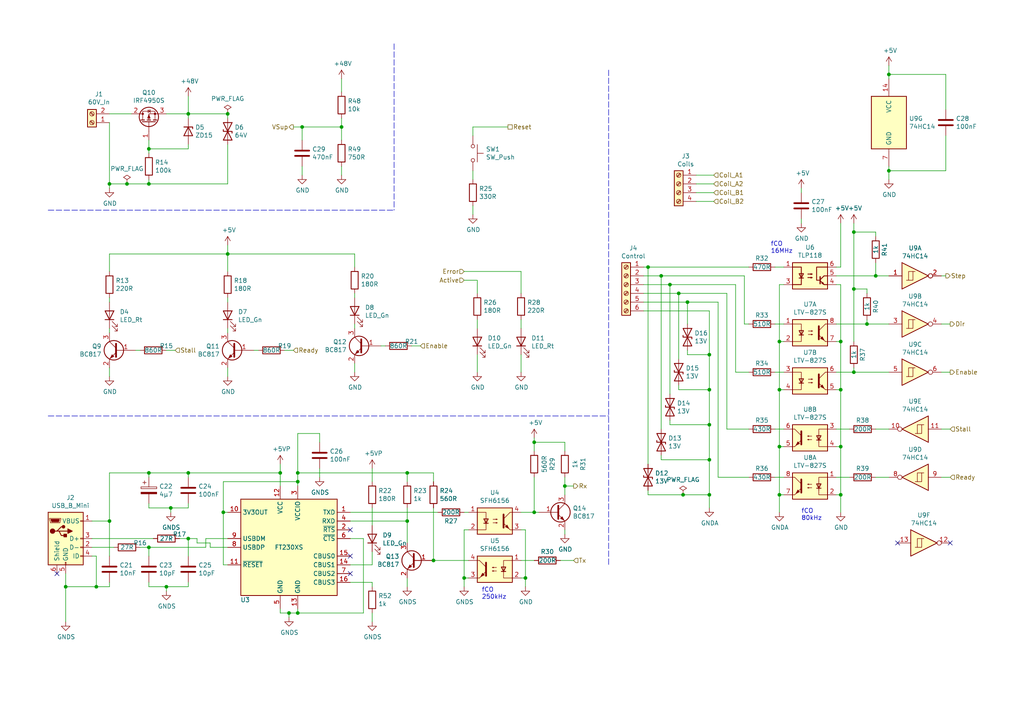
<source format=kicad_sch>
(kicad_sch (version 20211123) (generator eeschema)
  (paper "A4")
  (title_block (title "High Power Stepper Driver") (date "2019-12-19") (rev "1.0") (company "fordprfkt@googlemail.com") (comment 1 "Daniel Walter"))
  (junction (at 247.65 107.95))
  (junction (at 19.05 170.18))
  (junction (at 152.4 167.64))
  (junction (at 205.74 133.35))
  (junction (at 31.75 151.13))
  (junction (at 243.84 99.06))
  (junction (at 125.73 162.56))
  (junction (at 194.31 82.55))
  (junction (at 191.77 80.01))
  (junction (at 254 80.01))
  (junction (at 198.12 143.51))
  (junction (at 243.84 113.03))
  (junction (at 118.11 151.13))
  (junction (at 226.06 113.03))
  (junction (at 257.81 49.53))
  (junction (at 257.81 21.59))
  (junction (at 64.77 148.59))
  (junction (at 163.83 140.97))
  (junction (at 49.53 147.32))
  (junction (at 196.85 85.09))
  (junction (at 247.65 67.31))
  (junction (at 199.39 87.63))
  (junction (at 226.06 99.06))
  (junction (at 187.96 77.47))
  (junction (at 54.61 156.21))
  (junction (at 83.82 177.8))
  (junction (at 99.06 36.83))
  (junction (at 205.74 123.19))
  (junction (at 243.84 143.51))
  (junction (at 54.61 137.16))
  (junction (at 243.84 129.54))
  (junction (at 48.26 170.18))
  (junction (at 205.74 143.51))
  (junction (at 36.83 53.34))
  (junction (at 81.28 137.16))
  (junction (at 66.04 33.02))
  (junction (at 43.18 158.75))
  (junction (at 226.06 143.51))
  (junction (at 86.36 177.8))
  (junction (at 154.94 128.27))
  (junction (at 154.94 148.59))
  (junction (at 54.61 33.02))
  (junction (at 134.62 167.64))
  (junction (at 86.36 139.7))
  (junction (at 87.63 36.83))
  (junction (at 251.46 93.98))
  (junction (at 43.18 137.16))
  (junction (at 205.74 102.87))
  (junction (at 205.74 113.03))
  (junction (at 118.11 137.16))
  (junction (at 27.94 170.18))
  (junction (at 226.06 129.54))
  (junction (at 86.36 137.16))
  (junction (at 43.18 43.18))
  (junction (at 31.75 53.34))
  (junction (at 247.65 83.82))
  (junction (at 66.04 73.66))
  (junction (at 43.18 53.34))
  (no_connect (at 16.51 166.37))
  (no_connect (at 275.59 157.48))
  (no_connect (at 101.6 166.37))
  (no_connect (at 101.6 161.29))
  (no_connect (at 101.6 153.67))
  (no_connect (at 260.35 157.48))
  (wire (pts (xy 50.8 101.6) (xy 48.26 101.6)))
  (wire (pts (xy 226.06 99.06) (xy 226.06 82.55)))
  (wire (pts (xy 31.75 33.02) (xy 38.1 33.02)))
  (wire (pts (xy 163.83 140.97) (xy 163.83 143.51)))
  (wire (pts (xy 137.16 36.83) (xy 137.16 39.37)))
  (wire (pts (xy 83.82 177.8) (xy 81.28 177.8)))
  (wire (pts (xy 118.11 157.48) (xy 118.11 151.13)))
  (wire (pts (xy 243.84 99.06) (xy 243.84 113.03)))
  (wire (pts (xy 81.28 137.16) (xy 81.28 134.62)))
  (wire (pts (xy 194.31 114.3) (xy 194.31 82.55)))
  (wire (pts (xy 191.77 124.46) (xy 191.77 80.01)))
  (wire (pts (xy 101.6 156.21) (xy 105.41 156.21)))
  (wire (pts (xy 215.9 80.01) (xy 215.9 93.98)))
  (wire (pts (xy 274.32 39.37) (xy 274.32 49.53)))
  (wire (pts (xy 186.69 77.47) (xy 187.96 77.47)))
  (wire (pts (xy 254 80.01) (xy 257.81 80.01)))
  (wire (pts (xy 66.04 73.66) (xy 102.87 73.66)))
  (wire (pts (xy 49.53 147.32) (xy 54.61 147.32)))
  (wire (pts (xy 247.65 83.82) (xy 247.65 99.06)))
  (wire (pts (xy 247.65 106.68) (xy 247.65 107.95)))
  (wire (pts (xy 254 138.43) (xy 257.81 138.43)))
  (wire (pts (xy 85.09 101.6) (xy 82.55 101.6)))
  (wire (pts (xy 125.73 137.16) (xy 118.11 137.16)))
  (wire (pts (xy 48.26 33.02) (xy 54.61 33.02)))
  (wire (pts (xy 154.94 138.43) (xy 154.94 148.59)))
  (wire (pts (xy 64.77 163.83) (xy 66.04 163.83)))
  (wire (pts (xy 187.96 143.51) (xy 198.12 143.51)))
  (wire (pts (xy 86.36 177.8) (xy 83.82 177.8)))
  (wire (pts (xy 43.18 161.29) (xy 43.18 158.75)))
  (wire (pts (xy 27.94 170.18) (xy 31.75 170.18)))
  (wire (pts (xy 187.96 142.24) (xy 187.96 143.51)))
  (wire (pts (xy 125.73 162.56) (xy 135.89 162.56)))
  (wire (pts (xy 163.83 128.27) (xy 163.83 130.81)))
  (wire (pts (xy 273.05 80.01) (xy 274.32 80.01)))
  (wire (pts (xy 31.75 170.18) (xy 31.75 168.91)))
  (wire (pts (xy 242.57 138.43) (xy 246.38 138.43)))
  (wire (pts (xy 207.01 53.34) (xy 201.93 53.34)))
  (wire (pts (xy 257.81 21.59) (xy 257.81 22.86)))
  (wire (pts (xy 59.69 156.21) (xy 66.04 156.21)))
  (wire (pts (xy 40.64 101.6) (xy 39.37 101.6)))
  (wire (pts (xy 86.36 139.7) (xy 86.36 137.16)))
  (wire (pts (xy 107.95 168.91) (xy 107.95 170.18)))
  (wire (pts (xy 227.33 138.43) (xy 224.79 138.43)))
  (wire (pts (xy 43.18 170.18) (xy 48.26 170.18)))
  (wire (pts (xy 64.77 148.59) (xy 64.77 163.83)))
  (wire (pts (xy 213.36 82.55) (xy 213.36 107.95)))
  (wire (pts (xy 242.57 107.95) (xy 247.65 107.95)))
  (wire (pts (xy 199.39 93.98) (xy 199.39 87.63)))
  (wire (pts (xy 210.82 124.46) (xy 217.17 124.46)))
  (wire (pts (xy 48.26 170.18) (xy 54.61 170.18)))
  (wire (pts (xy 194.31 121.92) (xy 194.31 123.19)))
  (wire (pts (xy 215.9 93.98) (xy 217.17 93.98)))
  (wire (pts (xy 205.74 90.17) (xy 205.74 102.87)))
  (wire (pts (xy 242.57 99.06) (xy 243.84 99.06)))
  (wire (pts (xy 26.67 151.13) (xy 31.75 151.13)))
  (wire (pts (xy 226.06 82.55) (xy 227.33 82.55)))
  (wire (pts (xy 54.61 161.29) (xy 54.61 156.21)))
  (wire (pts (xy 27.94 161.29) (xy 26.67 161.29)))
  (wire (pts (xy 257.81 49.53) (xy 257.81 48.26)))
  (wire (pts (xy 87.63 36.83) (xy 99.06 36.83)))
  (wire (pts (xy 242.57 124.46) (xy 246.38 124.46)))
  (wire (pts (xy 138.43 107.95) (xy 138.43 102.87)))
  (wire (pts (xy 154.94 127) (xy 154.94 128.27)))
  (wire (pts (xy 134.62 167.64) (xy 134.62 170.18)))
  (wire (pts (xy 81.28 137.16) (xy 81.28 140.97)))
  (wire (pts (xy 43.18 53.34) (xy 43.18 52.07)))
  (wire (pts (xy 86.36 139.7) (xy 86.36 140.97)))
  (wire (pts (xy 64.77 148.59) (xy 64.77 139.7)))
  (wire (pts (xy 110.49 100.33) (xy 111.76 100.33)))
  (wire (pts (xy 227.33 129.54) (xy 226.06 129.54)))
  (wire (pts (xy 48.26 170.18) (xy 48.26 171.45)))
  (wire (pts (xy 207.01 55.88) (xy 201.93 55.88)))
  (wire (pts (xy 151.13 167.64) (xy 152.4 167.64)))
  (wire (pts (xy 26.67 158.75) (xy 33.02 158.75)))
  (wire (pts (xy 57.15 156.21) (xy 57.15 157.48)))
  (wire (pts (xy 101.6 151.13) (xy 118.11 151.13)))
  (wire (pts (xy 274.32 31.75) (xy 274.32 21.59)))
  (wire (pts (xy 154.94 162.56) (xy 151.13 162.56)))
  (wire (pts (xy 31.75 35.56) (xy 31.75 53.34)))
  (wire (pts (xy 194.31 82.55) (xy 213.36 82.55)))
  (wire (pts (xy 196.85 113.03) (xy 205.74 113.03)))
  (wire (pts (xy 118.11 137.16) (xy 86.36 137.16)))
  (wire (pts (xy 86.36 125.73) (xy 92.71 125.73)))
  (wire (pts (xy 257.81 124.46) (xy 254 124.46)))
  (wire (pts (xy 243.84 113.03) (xy 243.84 129.54)))
  (wire (pts (xy 85.09 36.83) (xy 87.63 36.83)))
  (wire (pts (xy 154.94 128.27) (xy 163.83 128.27)))
  (wire (pts (xy 134.62 148.59) (xy 135.89 148.59)))
  (wire (pts (xy 251.46 85.09) (xy 251.46 83.82)))
  (wire (pts (xy 54.61 147.32) (xy 54.61 146.05)))
  (wire (pts (xy 154.94 148.59) (xy 151.13 148.59)))
  (wire (pts (xy 205.74 123.19) (xy 205.74 133.35)))
  (wire (pts (xy 187.96 77.47) (xy 217.17 77.47)))
  (wire (pts (xy 199.39 87.63) (xy 208.28 87.63)))
  (wire (pts (xy 66.04 109.22) (xy 66.04 106.68)))
  (wire (pts (xy 227.33 93.98) (xy 224.79 93.98)))
  (wire (pts (xy 99.06 36.83) (xy 99.06 34.29)))
  (wire (pts (xy 43.18 158.75) (xy 59.69 158.75)))
  (wire (pts (xy 43.18 168.91) (xy 43.18 170.18)))
  (polyline (pts (xy 13.97 60.96) (xy 114.3 60.96)))
  (wire (pts (xy 152.4 153.67) (xy 151.13 153.67)))
  (wire (pts (xy 64.77 139.7) (xy 86.36 139.7)))
  (wire (pts (xy 66.04 53.34) (xy 66.04 41.91)))
  (wire (pts (xy 242.57 93.98) (xy 251.46 93.98)))
  (wire (pts (xy 66.04 78.74) (xy 66.04 73.66)))
  (wire (pts (xy 210.82 85.09) (xy 210.82 124.46)))
  (wire (pts (xy 66.04 96.52) (xy 66.04 95.25)))
  (wire (pts (xy 251.46 83.82) (xy 247.65 83.82)))
  (wire (pts (xy 66.04 73.66) (xy 66.04 71.12)))
  (wire (pts (xy 134.62 81.28) (xy 138.43 81.28)))
  (wire (pts (xy 227.33 143.51) (xy 226.06 143.51)))
  (wire (pts (xy 134.62 153.67) (xy 135.89 153.67)))
  (wire (pts (xy 273.05 93.98) (xy 275.59 93.98)))
  (wire (pts (xy 247.65 67.31) (xy 247.65 83.82)))
  (wire (pts (xy 43.18 146.05) (xy 43.18 147.32)))
  (wire (pts (xy 226.06 113.03) (xy 226.06 129.54)))
  (wire (pts (xy 102.87 107.95) (xy 102.87 105.41)))
  (wire (pts (xy 66.04 87.63) (xy 66.04 86.36)))
  (wire (pts (xy 137.16 49.53) (xy 137.16 52.07)))
  (wire (pts (xy 118.11 170.18) (xy 118.11 167.64)))
  (wire (pts (xy 118.11 151.13) (xy 118.11 147.32)))
  (wire (pts (xy 40.64 158.75) (xy 43.18 158.75)))
  (wire (pts (xy 207.01 58.42) (xy 201.93 58.42)))
  (wire (pts (xy 243.84 129.54) (xy 242.57 129.54)))
  (wire (pts (xy 242.57 113.03) (xy 243.84 113.03)))
  (wire (pts (xy 43.18 40.64) (xy 43.18 43.18)))
  (wire (pts (xy 199.39 102.87) (xy 205.74 102.87)))
  (wire (pts (xy 232.41 64.77) (xy 232.41 63.5)))
  (wire (pts (xy 186.69 80.01) (xy 191.77 80.01)))
  (wire (pts (xy 31.75 161.29) (xy 31.75 151.13)))
  (wire (pts (xy 107.95 180.34) (xy 107.95 177.8)))
  (wire (pts (xy 87.63 40.64) (xy 87.63 36.83)))
  (wire (pts (xy 54.61 33.02) (xy 54.61 27.94)))
  (wire (pts (xy 43.18 43.18) (xy 43.18 44.45)))
  (wire (pts (xy 275.59 138.43) (xy 273.05 138.43)))
  (wire (pts (xy 99.06 40.64) (xy 99.06 36.83)))
  (wire (pts (xy 213.36 107.95) (xy 217.17 107.95)))
  (wire (pts (xy 273.05 124.46) (xy 275.59 124.46)))
  (wire (pts (xy 54.61 137.16) (xy 81.28 137.16)))
  (wire (pts (xy 147.32 36.83) (xy 137.16 36.83)))
  (wire (pts (xy 152.4 167.64) (xy 152.4 170.18)))
  (wire (pts (xy 19.05 166.37) (xy 19.05 170.18)))
  (wire (pts (xy 243.84 77.47) (xy 243.84 64.77)))
  (wire (pts (xy 54.61 33.02) (xy 66.04 33.02)))
  (wire (pts (xy 81.28 177.8) (xy 81.28 176.53)))
  (wire (pts (xy 92.71 138.43) (xy 92.71 135.89)))
  (wire (pts (xy 243.84 129.54) (xy 243.84 143.51)))
  (wire (pts (xy 118.11 137.16) (xy 118.11 139.7)))
  (wire (pts (xy 31.75 86.36) (xy 31.75 87.63)))
  (wire (pts (xy 135.89 167.64) (xy 134.62 167.64)))
  (wire (pts (xy 101.6 168.91) (xy 107.95 168.91)))
  (wire (pts (xy 107.95 152.4) (xy 107.95 147.32)))
  (wire (pts (xy 54.61 170.18) (xy 54.61 168.91)))
  (wire (pts (xy 194.31 123.19) (xy 205.74 123.19)))
  (polyline (pts (xy 13.97 120.65) (xy 176.53 120.65)))
  (wire (pts (xy 247.65 64.77) (xy 247.65 67.31)))
  (wire (pts (xy 196.85 85.09) (xy 210.82 85.09)))
  (wire (pts (xy 208.28 138.43) (xy 217.17 138.43)))
  (wire (pts (xy 102.87 73.66) (xy 102.87 77.47)))
  (wire (pts (xy 60.96 157.48) (xy 60.96 158.75)))
  (wire (pts (xy 44.45 156.21) (xy 26.67 156.21)))
  (wire (pts (xy 242.57 77.47) (xy 243.84 77.47)))
  (wire (pts (xy 208.28 87.63) (xy 208.28 138.43)))
  (wire (pts (xy 232.41 55.88) (xy 232.41 54.61)))
  (wire (pts (xy 247.65 107.95) (xy 257.81 107.95)))
  (wire (pts (xy 54.61 41.91) (xy 54.61 43.18)))
  (wire (pts (xy 186.69 87.63) (xy 199.39 87.63)))
  (wire (pts (xy 274.32 49.53) (xy 257.81 49.53)))
  (wire (pts (xy 105.41 156.21) (xy 105.41 177.8)))
  (wire (pts (xy 125.73 147.32) (xy 125.73 162.56)))
  (wire (pts (xy 226.06 143.51) (xy 226.06 148.59)))
  (wire (pts (xy 83.82 177.8) (xy 83.82 179.07)))
  (wire (pts (xy 107.95 139.7) (xy 107.95 135.89)))
  (polyline (pts (xy 114.3 12.7) (xy 114.3 60.96)))
  (wire (pts (xy 66.04 33.02) (xy 66.04 34.29)))
  (wire (pts (xy 31.75 109.22) (xy 31.75 106.68)))
  (wire (pts (xy 60.96 158.75) (xy 66.04 158.75)))
  (wire (pts (xy 92.71 125.73) (xy 92.71 128.27)))
  (wire (pts (xy 74.93 101.6) (xy 73.66 101.6)))
  (wire (pts (xy 151.13 107.95) (xy 151.13 102.87)))
  (wire (pts (xy 27.94 170.18) (xy 27.94 161.29)))
  (wire (pts (xy 105.41 177.8) (xy 86.36 177.8)))
  (wire (pts (xy 242.57 143.51) (xy 243.84 143.51)))
  (wire (pts (xy 31.75 53.34) (xy 36.83 53.34)))
  (wire (pts (xy 119.38 100.33) (xy 121.92 100.33)))
  (wire (pts (xy 275.59 107.95) (xy 273.05 107.95)))
  (wire (pts (xy 64.77 148.59) (xy 66.04 148.59)))
  (wire (pts (xy 257.81 52.07) (xy 257.81 49.53)))
  (wire (pts (xy 227.33 107.95) (xy 224.79 107.95)))
  (wire (pts (xy 227.33 113.03) (xy 226.06 113.03)))
  (wire (pts (xy 134.62 167.64) (xy 134.62 153.67)))
  (wire (pts (xy 196.85 111.76) (xy 196.85 113.03)))
  (wire (pts (xy 163.83 138.43) (xy 163.83 140.97)))
  (wire (pts (xy 102.87 86.36) (xy 102.87 85.09)))
  (wire (pts (xy 205.74 102.87) (xy 205.74 113.03)))
  (wire (pts (xy 187.96 134.62) (xy 187.96 77.47)))
  (wire (pts (xy 99.06 50.8) (xy 99.06 48.26)))
  (wire (pts (xy 19.05 170.18) (xy 19.05 180.34)))
  (wire (pts (xy 166.37 140.97) (xy 163.83 140.97)))
  (wire (pts (xy 191.77 80.01) (xy 215.9 80.01)))
  (wire (pts (xy 101.6 148.59) (xy 127 148.59)))
  (wire (pts (xy 186.69 82.55) (xy 194.31 82.55)))
  (wire (pts (xy 134.62 78.74) (xy 151.13 78.74)))
  (wire (pts (xy 191.77 132.08) (xy 191.77 133.35)))
  (wire (pts (xy 151.13 95.25) (xy 151.13 92.71)))
  (wire (pts (xy 31.75 54.61) (xy 31.75 53.34)))
  (wire (pts (xy 138.43 95.25) (xy 138.43 92.71)))
  (wire (pts (xy 205.74 143.51) (xy 205.74 147.32)))
  (wire (pts (xy 19.05 170.18) (xy 27.94 170.18)))
  (wire (pts (xy 243.84 143.51) (xy 243.84 148.59)))
  (wire (pts (xy 242.57 82.55) (xy 243.84 82.55)))
  (wire (pts (xy 31.75 137.16) (xy 31.75 151.13)))
  (wire (pts (xy 163.83 154.94) (xy 163.83 153.67)))
  (wire (pts (xy 254 68.58) (xy 254 67.31)))
  (wire (pts (xy 137.16 62.23) (xy 137.16 59.69)))
  (polyline (pts (xy 176.53 20.32) (xy 176.53 163.83)))
  (wire (pts (xy 205.74 133.35) (xy 205.74 143.51)))
  (wire (pts (xy 254 67.31) (xy 247.65 67.31)))
  (wire (pts (xy 99.06 26.67) (xy 99.06 22.86)))
  (wire (pts (xy 57.15 157.48) (xy 60.96 157.48)))
  (wire (pts (xy 31.75 96.52) (xy 31.75 95.25)))
  (wire (pts (xy 31.75 78.74) (xy 31.75 73.66)))
  (wire (pts (xy 227.33 99.06) (xy 226.06 99.06)))
  (wire (pts (xy 186.69 90.17) (xy 205.74 90.17)))
  (wire (pts (xy 54.61 156.21) (xy 57.15 156.21)))
  (wire (pts (xy 152.4 167.64) (xy 152.4 153.67)))
  (wire (pts (xy 251.46 92.71) (xy 251.46 93.98)))
  (wire (pts (xy 43.18 147.32) (xy 49.53 147.32)))
  (wire (pts (xy 154.94 128.27) (xy 154.94 130.81)))
  (wire (pts (xy 186.69 85.09) (xy 196.85 85.09)))
  (wire (pts (xy 254 76.2) (xy 254 80.01)))
  (wire (pts (xy 101.6 163.83) (xy 107.95 163.83)))
  (wire (pts (xy 86.36 176.53) (xy 86.36 177.8)))
  (wire (pts (xy 166.37 162.56) (xy 162.56 162.56)))
  (wire (pts (xy 198.12 143.51) (xy 205.74 143.51)))
  (wire (pts (xy 227.33 124.46) (xy 224.79 124.46)))
  (wire (pts (xy 87.63 50.8) (xy 87.63 48.26)))
  (wire (pts (xy 242.57 80.01) (xy 254 80.01)))
  (wire (pts (xy 59.69 158.75) (xy 59.69 156.21)))
  (wire (pts (xy 125.73 139.7) (xy 125.73 137.16)))
  (wire (pts (xy 226.06 129.54) (xy 226.06 143.51)))
  (wire (pts (xy 156.21 148.59) (xy 154.94 148.59)))
  (wire (pts (xy 43.18 137.16) (xy 54.61 137.16)))
  (wire (pts (xy 31.75 137.16) (xy 43.18 137.16)))
  (wire (pts (xy 196.85 104.14) (xy 196.85 85.09)))
  (wire (pts (xy 36.83 53.34) (xy 43.18 53.34)))
  (wire (pts (xy 243.84 82.55) (xy 243.84 99.06)))
  (wire (pts (xy 226.06 99.06) (xy 226.06 113.03)))
  (wire (pts (xy 86.36 137.16) (xy 86.36 125.73)))
  (wire (pts (xy 102.87 95.25) (xy 102.87 93.98)))
  (wire (pts (xy 43.18 138.43) (xy 43.18 137.16)))
  (wire (pts (xy 257.81 19.05) (xy 257.81 21.59)))
  (wire (pts (xy 199.39 101.6) (xy 199.39 102.87)))
  (wire (pts (xy 191.77 133.35) (xy 205.74 133.35)))
  (wire (pts (xy 54.61 34.29) (xy 54.61 33.02)))
  (wire (pts (xy 43.18 53.34) (xy 66.04 53.34)))
  (wire (pts (xy 207.01 50.8) (xy 201.93 50.8)))
  (wire (pts (xy 54.61 43.18) (xy 43.18 43.18)))
  (wire (pts (xy 138.43 81.28) (xy 138.43 85.09)))
  (wire (pts (xy 107.95 160.02) (xy 107.95 163.83)))
  (wire (pts (xy 31.75 73.66) (xy 66.04 73.66)))
  (wire (pts (xy 205.74 113.03) (xy 205.74 123.19)))
  (wire (pts (xy 52.07 156.21) (xy 54.61 156.21)))
  (wire (pts (xy 274.32 21.59) (xy 257.81 21.59)))
  (wire (pts (xy 151.13 78.74) (xy 151.13 85.09)))
  (wire (pts (xy 54.61 138.43) (xy 54.61 137.16)))
  (wire (pts (xy 224.79 77.47) (xy 227.33 77.47)))
  (wire (pts (xy 49.53 147.32) (xy 49.53 148.59)))
  (wire (pts (xy 251.46 93.98) (xy 257.81 93.98)))
  (text "fCO \n80kHz\n" (at 232.41 151.13 0) (effects (font (size 1.27 1.27)) (justify left bottom)))
  (text "fCO \n16MHz\n" (at 223.52 73.66 0) (effects (font (size 1.27 1.27)) (justify left bottom)))
  (text "fCO \n250kHz\n" (at 139.7 173.99 0) (effects (font (size 1.27 1.27)) (justify left bottom)))
  (hierarchical_label "Stall" (shape input) (at 275.59 124.46 0))
  (hierarchical_label "Rx" (shape output) (at 166.37 140.97 0))
  (hierarchical_label "Coil_B1" (shape input) (at 207.01 55.88 0))
  (hierarchical_label "Ready" (shape input) (at 85.09 101.6 0))
  (hierarchical_label "Tx" (shape input) (at 166.37 162.56 0))
  (hierarchical_label "Reset" (shape passive) (at 147.32 36.83 0))
  (hierarchical_label "Enable" (shape output) (at 275.59 107.95 0))
  (hierarchical_label "Stall" (shape input) (at 50.8 101.6 0))
  (hierarchical_label "Active" (shape input) (at 134.62 81.28 180))
  (hierarchical_label "Enable" (shape input) (at 121.92 100.33 0))
  (hierarchical_label "Coil_A2" (shape input) (at 207.01 53.34 0))
  (hierarchical_label "Error" (shape input) (at 134.62 78.74 180))
  (hierarchical_label "Dir" (shape output) (at 275.59 93.98 0))
  (hierarchical_label "Ready" (shape input) (at 275.59 138.43 0))
  (hierarchical_label "Step" (shape output) (at 274.32 80.01 0))
  (hierarchical_label "Coil_A1" (shape input) (at 207.01 50.8 0))
  (hierarchical_label "VSup" (shape output) (at 85.09 36.83 180))
  (hierarchical_label "Coil_B2" (shape input) (at 207.01 58.42 0))
  (symbol (lib_id "Interface_USB:FT230XS") (at 83.82 158.75 0) (unit 1)
    (property "Reference" "U3" (at 71.12 173.99 0))
    (property "Value" "FT230XS" (at 83.82 158.75 0))
    (property "Footprint" "Package_SO:SSOP-16_3.9x4.9mm_P0.635mm" (effects hide))
    (property "Datasheet" "http://www.ftdichip.com/Products/ICs/FT230X.html" (effects hide))
  )
  (symbol (lib_id "Connector:Screw_Terminal_01x02") (at 26.67 35.56 180) (unit 1)
    (property "Reference" "J1" (at 28.702 27.305 0))
    (property "Value" "60V_In" (at 28.702 29.6164 0))
    (property "Footprint" "Connector_Phoenix_MSTB:PhoenixContact_MSTBA_2,5_2-G_1x02_P5.00mm_Horizontal" (effects hide))
  )
  (symbol (lib_id "Connector:Screw_Terminal_01x04") (at 196.85 53.34 0) (mirror y) (unit 1)
    (property "Reference" "J3" (at 198.882 45.2882 0))
    (property "Value" "Coils" (at 198.882 47.5996 0))
    (property "Footprint" "Connector_Phoenix_MSTB:PhoenixContact_MSTBA_2,5_4-G_1x04_P5.00mm_Horizontal" (effects hide))
  )
  (symbol (lib_id "Device:D_TVS") (at 66.04 38.1 270) (unit 1)
    (property "Reference" "D6" (at 68.0466 36.9316 90) (effects (justify left)))
    (property "Value" "64V" (at 68.0466 39.243 90) (effects (justify left)))
    (property "Footprint" "Diode_SMD:D_SMB" (effects hide))
  )
  (symbol (lib_id "power:+48V") (at 54.61 27.94 0) (unit 1)
    (property "Reference" "#PWR036" (effects hide))
    (property "Value" "+48V" (at 54.991 23.5458 0))
  )
  (symbol (lib_id "power:GND") (at 31.75 54.61 0) (unit 1)
    (property "Reference" "#PWR034" (effects hide))
    (property "Value" "GND" (at 31.877 59.0042 0))
  )
  (symbol (lib_id "Device:R") (at 43.18 48.26 0) (unit 1)
    (property "Reference" "R14" (at 44.958 47.0916 0) (effects (justify left)))
    (property "Value" "100k" (at 44.958 49.403 0) (effects (justify left)))
    (property "Footprint" "Resistor_SMD:R_0805_2012Metric" (effects hide))
  )
  (symbol (lib_id "Device:D_Zener") (at 54.61 38.1 270) (unit 1)
    (property "Reference" "D5" (at 56.6166 36.9316 90) (effects (justify left)))
    (property "Value" "ZD15" (at 56.6166 39.243 90) (effects (justify left)))
    (property "Footprint" "Diode_SMD:D_SOT-23_ANK" (effects hide))
  )
  (symbol (lib_id "HPDriver-rescue:USB_B_Mini-Connector") (at 19.05 156.21 0) (unit 1)
    (property "Reference" "J2" (at 20.447 144.3482 0))
    (property "Value" "USB_B_Mini" (at 20.447 146.6596 0))
    (property "Footprint" "Connector_USB:USB_Mini-B_Lumberg_2486_01_Horizontal" (effects hide))
  )
  (symbol (lib_id "Device:R") (at 48.26 156.21 270) (unit 1)
    (property "Reference" "R17" (at 52.07 154.94 90))
    (property "Value" "27R" (at 48.26 156.21 90))
    (property "Footprint" "Resistor_SMD:R_0805_2012Metric" (effects hide))
  )
  (symbol (lib_id "Device:R") (at 36.83 158.75 270) (unit 1)
    (property "Reference" "R16" (at 40.64 157.48 90))
    (property "Value" "27R" (at 36.83 158.75 90))
    (property "Footprint" "Resistor_SMD:R_0805_2012Metric" (effects hide))
  )
  (symbol (lib_id "Device:C") (at 54.61 165.1 0) (unit 1)
    (property "Reference" "C25" (at 57.531 163.9316 0) (effects (justify left)))
    (property "Value" "10pF" (at 57.531 166.243 0) (effects (justify left)))
    (property "Footprint" "Capacitor_SMD:C_0805_2012Metric" (effects hide))
  )
  (symbol (lib_id "Device:C") (at 43.18 165.1 0) (unit 1)
    (property "Reference" "C23" (at 46.101 163.9316 0) (effects (justify left)))
    (property "Value" "10pF" (at 46.101 166.243 0) (effects (justify left)))
    (property "Footprint" "Capacitor_SMD:C_0805_2012Metric" (effects hide))
  )
  (symbol (lib_id "power:GNDS") (at 48.26 171.45 0) (unit 1)
    (property "Reference" "#PWR037" (effects hide))
    (property "Value" "GNDS" (at 48.387 175.8442 0))
  )
  (symbol (lib_id "power:GNDS") (at 19.05 180.34 0) (unit 1)
    (property "Reference" "#PWR033" (effects hide))
    (property "Value" "GNDS" (at 19.177 184.7342 0))
  )
  (symbol (lib_id "Device:C") (at 54.61 142.24 0) (unit 1)
    (property "Reference" "C24" (at 57.531 141.0716 0) (effects (justify left)))
    (property "Value" "100nF" (at 57.531 143.383 0) (effects (justify left)))
    (property "Footprint" "Capacitor_SMD:C_0805_2012Metric" (effects hide))
  )
  (symbol (lib_id "Device:C") (at 31.75 165.1 0) (unit 1)
    (property "Reference" "C21" (at 34.671 163.9316 0) (effects (justify left)))
    (property "Value" "10nF" (at 34.671 166.243 0) (effects (justify left)))
    (property "Footprint" "Capacitor_SMD:C_0805_2012Metric" (effects hide))
  )
  (symbol (lib_id "power:GNDS") (at 49.53 148.59 0) (unit 1)
    (property "Reference" "#PWR038" (effects hide))
    (property "Value" "GNDS" (at 49.657 152.9842 0))
  )
  (symbol (lib_id "Device:C") (at 92.71 132.08 0) (unit 1)
    (property "Reference" "C26" (at 95.631 130.9116 0) (effects (justify left)))
    (property "Value" "100nF" (at 95.631 133.223 0) (effects (justify left)))
    (property "Footprint" "Capacitor_SMD:C_0805_2012Metric" (effects hide))
  )
  (symbol (lib_id "power:GNDS") (at 83.82 179.07 0) (unit 1)
    (property "Reference" "#PWR042" (effects hide))
    (property "Value" "GNDS" (at 83.947 183.4642 0))
  )
  (symbol (lib_id "power:GNDS") (at 92.71 138.43 0) (unit 1)
    (property "Reference" "#PWR044" (effects hide))
    (property "Value" "GNDS" (at 92.837 142.8242 0))
  )
  (symbol (lib_id "Device:C_Polarized") (at 43.18 142.24 0) (unit 1)
    (property "Reference" "C22" (at 46.1772 141.0716 0) (effects (justify left)))
    (property "Value" "4µ7" (at 46.1772 143.383 0) (effects (justify left)))
    (property "Footprint" "Capacitor_SMD:C_0805_2012Metric_Pad1.15x1.40mm_HandSolder" (effects hide))
  )
  (symbol (lib_id "Transistor_BJT:BC817") (at 120.65 162.56 0) (mirror y) (unit 1)
    (property "Reference" "Q13" (at 115.824 161.3916 0) (effects (justify left)))
    (property "Value" "BC817" (at 115.824 163.703 0) (effects (justify left)))
    (property "Footprint" "Package_TO_SOT_SMD:SOT-23" (effects hide))
    (property "Datasheet" "http://www.fairchildsemi.com/ds/BC/BC817.pdf" (effects hide))
  )
  (symbol (lib_id "Device:R") (at 118.11 143.51 0) (unit 1)
    (property "Reference" "R23" (at 119.888 142.3416 0) (effects (justify left)))
    (property "Value" "1k" (at 119.888 144.653 0) (effects (justify left)))
    (property "Footprint" "Resistor_SMD:R_0805_2012Metric" (effects hide))
  )
  (symbol (lib_id "Device:R") (at 125.73 143.51 0) (unit 1)
    (property "Reference" "R24" (at 127.508 142.3416 0) (effects (justify left)))
    (property "Value" "560R" (at 127.508 144.653 0) (effects (justify left)))
    (property "Footprint" "Resistor_SMD:R_0805_2012Metric" (effects hide))
  )
  (symbol (lib_id "power:GNDS") (at 118.11 170.18 0) (unit 1)
    (property "Reference" "#PWR046" (effects hide))
    (property "Value" "GNDS" (at 118.237 174.5742 0))
  )
  (symbol (lib_id "power:GNDS") (at 134.62 170.18 0) (unit 1)
    (property "Reference" "#PWR049" (effects hide))
    (property "Value" "GNDS" (at 134.747 174.5742 0))
  )
  (symbol (lib_id "Device:R") (at 130.81 148.59 270) (unit 1)
    (property "Reference" "R27" (at 130.81 151.13 90))
    (property "Value" "200R" (at 130.81 148.59 90))
    (property "Footprint" "Resistor_SMD:R_0805_2012Metric" (effects hide))
  )
  (symbol (lib_id "power:GND") (at 152.4 170.18 0) (unit 1)
    (property "Reference" "#PWR051" (effects hide))
    (property "Value" "GND" (at 152.527 174.5742 0))
  )
  (symbol (lib_id "Device:R") (at 154.94 134.62 180) (unit 1)
    (property "Reference" "R29" (at 160.1978 134.62 90))
    (property "Value" "560R" (at 157.8864 134.62 90))
    (property "Footprint" "Resistor_SMD:R_0805_2012Metric" (effects hide))
  )
  (symbol (lib_id "Device:R") (at 158.75 162.56 270) (unit 1)
    (property "Reference" "R30" (at 158.75 160.02 90))
    (property "Value" "200R" (at 158.75 162.56 90))
    (property "Footprint" "Resistor_SMD:R_0805_2012Metric" (effects hide))
  )
  (symbol (lib_id "Switch:SW_Push") (at 137.16 44.45 270) (unit 1)
    (property "Reference" "SW1" (at 140.9192 43.2816 90) (effects (justify left)))
    (property "Value" "SW_Push" (at 140.9192 45.593 90) (effects (justify left)))
    (property "Footprint" "Button_Switch_SMD:SW_SPST_B3S-1000" (effects hide))
  )
  (symbol (lib_id "power:GND") (at 137.16 62.23 0) (unit 1)
    (property "Reference" "#PWR047" (effects hide))
    (property "Value" "GND" (at 137.287 66.6242 0))
  )
  (symbol (lib_id "Isolator:TLP131") (at 234.95 80.01 0) (unit 1)
    (property "Reference" "U6" (at 234.95 71.755 0))
    (property "Value" "TLP118" (at 234.95 74.0664 0))
    (property "Footprint" "Package_SO:MFSOP6-5_4.4x3.6mm_P1.27mm" (effects hide))
    (property "Datasheet" "https://toshiba.semicon-storage.com/info/docget.jsp?did=16742&prodName=TLP131" (effects hide))
  )
  (symbol (lib_id "Isolator:LTV-827S") (at 234.95 96.52 0) (unit 1)
    (property "Reference" "U7" (at 234.95 88.265 0))
    (property "Value" "LTV-827S" (at 234.95 90.5764 0))
    (property "Footprint" "Package_DIP:SMDIP-8_W9.53mm" (effects hide))
    (property "Datasheet" "http://www.us.liteon.com/downloads/LTV-817-827-847.PDF" (effects hide))
  )
  (symbol (lib_id "Device:R") (at 250.19 138.43 270) (unit 1)
    (property "Reference" "R39" (at 250.19 135.89 90))
    (property "Value" "200R" (at 250.19 138.43 90))
    (property "Footprint" "Resistor_SMD:R_0805_2012Metric" (effects hide))
  )
  (symbol (lib_id "Device:R") (at 250.19 124.46 270) (unit 1)
    (property "Reference" "R38" (at 250.19 121.92 90))
    (property "Value" "200R" (at 250.19 124.46 90))
    (property "Footprint" "Resistor_SMD:R_0805_2012Metric" (effects hide))
  )
  (symbol (lib_id "Isolator:LTV-827S") (at 234.95 110.49 0) (unit 2)
    (property "Reference" "U7" (at 234.95 102.235 0))
    (property "Value" "LTV-827S" (at 234.95 104.5464 0))
    (property "Footprint" "Package_DIP:SMDIP-8_W9.53mm" (effects hide))
    (property "Datasheet" "http://www.us.liteon.com/downloads/LTV-817-827-847.PDF" (effects hide))
  )
  (symbol (lib_id "Isolator:LTV-827S") (at 234.95 127 0) (mirror y) (unit 2)
    (property "Reference" "U8" (at 234.95 118.745 0))
    (property "Value" "LTV-827S" (at 234.95 121.0564 0))
    (property "Footprint" "Package_DIP:SMDIP-8_W9.53mm" (effects hide))
    (property "Datasheet" "http://www.us.liteon.com/downloads/LTV-817-827-847.PDF" (effects hide))
  )
  (symbol (lib_id "Isolator:LTV-827S") (at 234.95 140.97 0) (mirror y) (unit 1)
    (property "Reference" "U8" (at 234.95 132.715 0))
    (property "Value" "LTV-827S" (at 234.95 135.0264 0))
    (property "Footprint" "Package_DIP:SMDIP-8_W9.53mm" (effects hide))
    (property "Datasheet" "http://www.us.liteon.com/downloads/LTV-817-827-847.PDF" (effects hide))
  )
  (symbol (lib_id "Device:C") (at 274.32 35.56 0) (unit 1)
    (property "Reference" "C28" (at 277.241 34.3916 0) (effects (justify left)))
    (property "Value" "100nF" (at 277.241 36.703 0) (effects (justify left)))
    (property "Footprint" "Capacitor_SMD:C_0805_2012Metric" (effects hide))
  )
  (symbol (lib_id "power:+5V") (at 257.81 19.05 0) (unit 1)
    (property "Reference" "#PWR061" (effects hide))
    (property "Value" "+5V" (at 258.191 14.6558 0))
  )
  (symbol (lib_id "power:GND") (at 257.81 52.07 0) (unit 1)
    (property "Reference" "#PWR062" (effects hide))
    (property "Value" "GND" (at 257.937 56.4642 0))
  )
  (symbol (lib_id "Device:R") (at 220.98 93.98 270) (unit 1)
    (property "Reference" "R33" (at 220.98 91.44 90))
    (property "Value" "510R" (at 220.98 93.98 90))
    (property "Footprint" "Resistor_SMD:R_0805_2012Metric" (effects hide))
  )
  (symbol (lib_id "Device:R") (at 220.98 107.95 270) (unit 1)
    (property "Reference" "R34" (at 220.98 105.41 90))
    (property "Value" "510R" (at 220.98 107.95 90))
    (property "Footprint" "Resistor_SMD:R_0805_2012Metric" (effects hide))
  )
  (symbol (lib_id "Device:R") (at 220.98 124.46 270) (unit 1)
    (property "Reference" "R35" (at 220.98 121.92 90))
    (property "Value" "430R" (at 220.98 124.46 90))
    (property "Footprint" "Resistor_SMD:R_0805_2012Metric" (effects hide))
  )
  (symbol (lib_id "Device:R") (at 220.98 138.43 270) (unit 1)
    (property "Reference" "R36" (at 220.98 135.89 90))
    (property "Value" "430R" (at 220.98 138.43 90))
    (property "Footprint" "Resistor_SMD:R_0805_2012Metric" (effects hide))
  )
  (symbol (lib_id "power:GNDA") (at 226.06 148.59 0) (unit 1)
    (property "Reference" "#PWR055" (effects hide))
    (property "Value" "GNDA" (at 226.187 152.9842 0))
  )
  (symbol (lib_id "Device:R") (at 247.65 102.87 180) (unit 1)
    (property "Reference" "R37" (at 250.19 102.87 90))
    (property "Value" "1k" (at 247.65 102.87 90))
    (property "Footprint" "Resistor_SMD:R_0805_2012Metric" (effects hide))
  )
  (symbol (lib_id "Device:R") (at 251.46 88.9 180) (unit 1)
    (property "Reference" "R40" (at 254 88.9 90))
    (property "Value" "1k" (at 251.46 88.9 90))
    (property "Footprint" "Resistor_SMD:R_0805_2012Metric" (effects hide))
  )
  (symbol (lib_id "Device:R") (at 137.16 55.88 0) (unit 1)
    (property "Reference" "R25" (at 138.938 54.7116 0) (effects (justify left)))
    (property "Value" "330R" (at 138.938 57.023 0) (effects (justify left)))
    (property "Footprint" "Resistor_SMD:R_0805_2012Metric" (effects hide))
  )
  (symbol (lib_id "power:GND") (at 243.84 148.59 0) (unit 1)
    (property "Reference" "#PWR059" (effects hide))
    (property "Value" "GND" (at 243.967 152.9842 0))
  )
  (symbol (lib_id "Device:LED") (at 66.04 91.44 90) (unit 1)
    (property "Reference" "D7" (at 69.0372 90.4494 90) (effects (justify right)))
    (property "Value" "LED_Gn" (at 69.0372 92.7608 90) (effects (justify right)))
    (property "Footprint" "LED_SMD:LED_0805_2012Metric" (effects hide))
  )
  (symbol (lib_id "Device:LED") (at 102.87 90.17 90) (unit 1)
    (property "Reference" "D8" (at 105.8672 89.1794 90) (effects (justify right)))
    (property "Value" "LED_Gn" (at 105.8672 91.4908 90) (effects (justify right)))
    (property "Footprint" "LED_SMD:LED_0805_2012Metric" (effects hide))
  )
  (symbol (lib_id "Device:LED") (at 31.75 91.44 90) (unit 1)
    (property "Reference" "D4" (at 34.7218 90.4494 90) (effects (justify right)))
    (property "Value" "LED_Rt" (at 34.7218 92.7608 90) (effects (justify right)))
    (property "Footprint" "LED_SMD:LED_0805_2012Metric" (effects hide))
  )
  (symbol (lib_id "Transistor_BJT:BC817") (at 34.29 101.6 0) (mirror y) (unit 1)
    (property "Reference" "Q9" (at 29.4386 100.4316 0) (effects (justify left)))
    (property "Value" "BC817" (at 29.4386 102.743 0) (effects (justify left)))
    (property "Footprint" "Package_TO_SOT_SMD:SOT-23" (effects hide))
    (property "Datasheet" "http://www.fairchildsemi.com/ds/BC/BC817.pdf" (effects hide))
  )
  (symbol (lib_id "Isolator:SFH617A-2X019T") (at 143.51 151.13 0) (unit 1)
    (property "Reference" "U4" (at 143.51 142.875 0))
    (property "Value" "SFH6156" (at 143.51 145.1864 0))
    (property "Footprint" "Package_DIP:SMDIP-4_W7.62mm" (effects hide))
    (property "Datasheet" "http://www.vishay.com/docs/83740/sfh617a.pdf" (effects hide))
  )
  (symbol (lib_id "Transistor_BJT:BC817") (at 68.58 101.6 0) (mirror y) (unit 1)
    (property "Reference" "Q11" (at 63.7286 100.4316 0) (effects (justify left)))
    (property "Value" "BC817" (at 63.7286 102.743 0) (effects (justify left)))
    (property "Footprint" "Package_TO_SOT_SMD:SOT-23" (effects hide))
    (property "Datasheet" "http://www.fairchildsemi.com/ds/BC/BC817.pdf" (effects hide))
  )
  (symbol (lib_id "Transistor_BJT:BC817") (at 105.41 100.33 0) (mirror y) (unit 1)
    (property "Reference" "Q12" (at 100.5586 99.1616 0) (effects (justify left)))
    (property "Value" "BC817" (at 100.5586 101.473 0) (effects (justify left)))
    (property "Footprint" "Package_TO_SOT_SMD:SOT-23" (effects hide))
    (property "Datasheet" "http://www.fairchildsemi.com/ds/BC/BC817.pdf" (effects hide))
  )
  (symbol (lib_id "Isolator:SFH617A-2X019T") (at 143.51 165.1 0) (mirror y) (unit 1)
    (property "Reference" "U5" (at 143.51 156.845 0))
    (property "Value" "SFH6156" (at 143.51 159.1564 0))
    (property "Footprint" "Package_DIP:SMDIP-4_W7.62mm" (effects hide))
    (property "Datasheet" "http://www.vishay.com/docs/83740/sfh617a.pdf" (effects hide))
  )
  (symbol (lib_id "power:GND") (at 31.75 109.22 0) (unit 1)
    (property "Reference" "#PWR035" (effects hide))
    (property "Value" "GND" (at 31.877 113.6142 0))
  )
  (symbol (lib_id "power:GND") (at 66.04 109.22 0) (unit 1)
    (property "Reference" "#PWR040" (effects hide))
    (property "Value" "GND" (at 66.167 113.6142 0))
  )
  (symbol (lib_id "power:GND") (at 102.87 107.95 0) (unit 1)
    (property "Reference" "#PWR043" (effects hide))
    (property "Value" "GND" (at 102.997 112.3442 0))
  )
  (symbol (lib_id "Device:R") (at 31.75 82.55 0) (unit 1)
    (property "Reference" "R13" (at 33.528 81.3816 0) (effects (justify left)))
    (property "Value" "220R" (at 33.528 83.693 0) (effects (justify left)))
    (property "Footprint" "Resistor_SMD:R_0805_2012Metric" (effects hide))
  )
  (symbol (lib_id "Device:R") (at 66.04 82.55 0) (unit 1)
    (property "Reference" "R18" (at 67.818 81.3816 0) (effects (justify left)))
    (property "Value" "180R" (at 67.818 83.693 0) (effects (justify left)))
    (property "Footprint" "Resistor_SMD:R_0805_2012Metric" (effects hide))
  )
  (symbol (lib_id "Device:R") (at 102.87 81.28 0) (unit 1)
    (property "Reference" "R20" (at 104.648 80.1116 0) (effects (justify left)))
    (property "Value" "180R" (at 104.648 82.423 0) (effects (justify left)))
    (property "Footprint" "Resistor_SMD:R_0805_2012Metric" (effects hide))
  )
  (symbol (lib_id "power:+5V") (at 66.04 71.12 0) (unit 1)
    (property "Reference" "#PWR039" (effects hide))
    (property "Value" "+5V" (at 66.421 66.7258 0))
  )
  (symbol (lib_id "Device:R") (at 220.98 77.47 270) (unit 1)
    (property "Reference" "R32" (at 220.98 74.93 90))
    (property "Value" "470R" (at 220.98 77.47 90))
    (property "Footprint" "Resistor_SMD:R_0805_2012Metric" (effects hide))
  )
  (symbol (lib_id "power:+5V") (at 243.84 64.77 0) (unit 1)
    (property "Reference" "#PWR058" (effects hide))
    (property "Value" "+5V" (at 244.221 60.3758 0))
  )
  (symbol (lib_id "Device:C") (at 232.41 59.69 0) (unit 1)
    (property "Reference" "C27" (at 235.331 58.5216 0) (effects (justify left)))
    (property "Value" "100nF" (at 235.331 60.833 0) (effects (justify left)))
    (property "Footprint" "Capacitor_SMD:C_0805_2012Metric" (effects hide))
  )
  (symbol (lib_id "Device:R") (at 254 72.39 180) (unit 1)
    (property "Reference" "R41" (at 256.54 72.39 90))
    (property "Value" "1k" (at 254 72.39 90))
    (property "Footprint" "Resistor_SMD:R_0805_2012Metric" (effects hide))
  )
  (symbol (lib_id "Connector:Screw_Terminal_01x06") (at 181.61 82.55 0) (mirror y) (unit 1)
    (property "Reference" "J4" (at 183.6928 71.9582 0))
    (property "Value" "Control" (at 183.6928 74.2696 0))
    (property "Footprint" "Connector_Phoenix_MSTB:PhoenixContact_MSTBA_2,5_6-G_1x06_P5.00mm_Horizontal" (effects hide))
  )
  (symbol (lib_id "power:+5V") (at 247.65 64.77 0) (unit 1)
    (property "Reference" "#PWR060" (effects hide))
    (property "Value" "+5V" (at 248.031 60.3758 0))
  )
  (symbol (lib_id "Device:R") (at 44.45 101.6 270) (unit 1)
    (property "Reference" "R15" (at 48.26 100.33 90))
    (property "Value" "860R" (at 44.45 101.6 90))
    (property "Footprint" "Resistor_SMD:R_0805_2012Metric" (effects hide))
  )
  (symbol (lib_id "power:+5V") (at 232.41 54.61 0) (unit 1)
    (property "Reference" "#PWR056" (effects hide))
    (property "Value" "+5V" (at 232.791 50.2158 0))
  )
  (symbol (lib_id "power:GND") (at 232.41 64.77 0) (unit 1)
    (property "Reference" "#PWR057" (effects hide))
    (property "Value" "GND" (at 232.537 69.1642 0))
  )
  (symbol (lib_id "power:GNDA") (at 205.74 147.32 0) (unit 1)
    (property "Reference" "#PWR054" (effects hide))
    (property "Value" "GNDA" (at 205.867 151.7142 0))
  )
  (symbol (lib_id "Device:R") (at 78.74 101.6 270) (unit 1)
    (property "Reference" "R19" (at 82.55 100.33 90))
    (property "Value" "860R" (at 78.74 101.6 90))
    (property "Footprint" "Resistor_SMD:R_0805_2012Metric" (effects hide))
  )
  (symbol (lib_id "74xx:74HC14") (at 265.43 80.01 0) (unit 1)
    (property "Reference" "U9" (at 265.43 71.9582 0))
    (property "Value" "74HC14" (at 265.43 74.2696 0))
    (property "Footprint" "Package_SO:SOIC-14_3.9x8.7mm_P1.27mm" (effects hide))
    (property "Datasheet" "http://www.ti.com/lit/gpn/sn74HC14" (effects hide))
  )
  (symbol (lib_id "74xx:74HC14") (at 265.43 93.98 0) (unit 2)
    (property "Reference" "U9" (at 265.43 85.9282 0))
    (property "Value" "74HC14" (at 265.43 88.2396 0))
    (property "Footprint" "Package_SO:SOIC-14_3.9x8.7mm_P1.27mm" (effects hide))
    (property "Datasheet" "http://www.ti.com/lit/gpn/sn74HC14" (effects hide))
  )
  (symbol (lib_id "74xx:74HC14") (at 265.43 107.95 0) (unit 3)
    (property "Reference" "U9" (at 265.43 99.8982 0))
    (property "Value" "74HC14" (at 265.43 102.2096 0))
    (property "Footprint" "Package_SO:SOIC-14_3.9x8.7mm_P1.27mm" (effects hide))
    (property "Datasheet" "http://www.ti.com/lit/gpn/sn74HC14" (effects hide))
  )
  (symbol (lib_id "74xx:74HC14") (at 265.43 138.43 180) (unit 4)
    (property "Reference" "U9" (at 265.43 130.3782 0))
    (property "Value" "74HC14" (at 265.43 132.6896 0))
    (property "Footprint" "Package_SO:SOIC-14_3.9x8.7mm_P1.27mm" (effects hide))
    (property "Datasheet" "http://www.ti.com/lit/gpn/sn74HC14" (effects hide))
  )
  (symbol (lib_id "74xx:74HC14") (at 265.43 124.46 180) (unit 5)
    (property "Reference" "U9" (at 265.43 116.4082 0))
    (property "Value" "74HC14" (at 265.43 118.7196 0))
    (property "Footprint" "Package_SO:SOIC-14_3.9x8.7mm_P1.27mm" (effects hide))
    (property "Datasheet" "http://www.ti.com/lit/gpn/sn74HC14" (effects hide))
  )
  (symbol (lib_id "74xx:74HC14") (at 267.97 157.48 0) (unit 6)
    (property "Reference" "U9" (at 267.97 149.4282 0))
    (property "Value" "74HC14" (at 267.97 151.7396 0))
    (property "Footprint" "Package_SO:SOIC-14_3.9x8.7mm_P1.27mm" (effects hide))
    (property "Datasheet" "http://www.ti.com/lit/gpn/sn74HC14" (effects hide))
  )
  (symbol (lib_id "74xx:74HC14") (at 257.81 35.56 0) (unit 7)
    (property "Reference" "U9" (at 263.652 34.3916 0) (effects (justify left)))
    (property "Value" "74HC14" (at 263.652 36.703 0) (effects (justify left)))
    (property "Footprint" "Package_SO:SOIC-14_3.9x8.7mm_P1.27mm" (effects hide))
    (property "Datasheet" "http://www.ti.com/lit/gpn/sn74HC14" (effects hide))
  )
  (symbol (lib_id "Device:Q_PMOS_GDS") (at 43.18 35.56 90) (unit 1)
    (property "Reference" "Q10" (at 43.18 26.8478 90))
    (property "Value" "IRF4950S" (at 43.18 29.1592 90))
    (property "Footprint" "Package_TO_SOT_SMD:TO-263-2" (effects hide))
  )
  (symbol (lib_id "Device:R") (at 115.57 100.33 270) (unit 1)
    (property "Reference" "R21" (at 119.38 99.06 90))
    (property "Value" "860R" (at 115.57 100.33 90))
    (property "Footprint" "Resistor_SMD:R_0805_2012Metric" (effects hide))
  )
  (symbol (lib_id "Transistor_BJT:BC817") (at 161.29 148.59 0) (unit 1)
    (property "Reference" "Q14" (at 166.116 147.4216 0) (effects (justify left)))
    (property "Value" "BC817" (at 166.116 149.733 0) (effects (justify left)))
    (property "Footprint" "Package_TO_SOT_SMD:SOT-23" (effects hide))
    (property "Datasheet" "http://www.fairchildsemi.com/ds/BC/BC817.pdf" (effects hide))
  )
  (symbol (lib_id "Device:R") (at 163.83 134.62 180) (unit 1)
    (property "Reference" "R31" (at 169.0878 134.62 90))
    (property "Value" "1k" (at 166.7764 134.62 90))
    (property "Footprint" "Resistor_SMD:R_0805_2012Metric" (effects hide))
  )
  (symbol (lib_id "power:+5V") (at 154.94 127 0) (unit 1)
    (property "Reference" "#PWR052" (effects hide))
    (property "Value" "+5V" (at 155.321 122.6058 0))
  )
  (symbol (lib_id "power:GND") (at 163.83 154.94 0) (unit 1)
    (property "Reference" "#PWR053" (effects hide))
    (property "Value" "GND" (at 163.957 159.3342 0))
  )
  (symbol (lib_id "Device:R") (at 138.43 88.9 0) (unit 1)
    (property "Reference" "R26" (at 140.208 87.7316 0) (effects (justify left)))
    (property "Value" "180R" (at 140.208 90.043 0) (effects (justify left)))
    (property "Footprint" "Resistor_SMD:R_0805_2012Metric" (effects hide))
  )
  (symbol (lib_id "Device:R") (at 151.13 88.9 0) (unit 1)
    (property "Reference" "R28" (at 152.908 87.7316 0) (effects (justify left)))
    (property "Value" "220R" (at 152.908 90.043 0) (effects (justify left)))
    (property "Footprint" "Resistor_SMD:R_0805_2012Metric" (effects hide))
  )
  (symbol (lib_id "Device:LED") (at 151.13 99.06 90) (unit 1)
    (property "Reference" "D11" (at 154.1018 98.0694 90) (effects (justify right)))
    (property "Value" "LED_Rt" (at 154.1018 100.3808 90) (effects (justify right)))
    (property "Footprint" "LED_SMD:LED_0805_2012Metric" (effects hide))
  )
  (symbol (lib_id "Device:LED") (at 138.43 99.06 90) (unit 1)
    (property "Reference" "D10" (at 141.4272 98.0694 90) (effects (justify right)))
    (property "Value" "LED_Gn" (at 141.4272 100.3808 90) (effects (justify right)))
    (property "Footprint" "LED_SMD:LED_0805_2012Metric" (effects hide))
  )
  (symbol (lib_id "power:GND") (at 138.43 107.95 0) (unit 1)
    (property "Reference" "#PWR048" (effects hide))
    (property "Value" "GND" (at 138.557 112.3442 0))
  )
  (symbol (lib_id "power:GND") (at 151.13 107.95 0) (unit 1)
    (property "Reference" "#PWR050" (effects hide))
    (property "Value" "GND" (at 151.257 112.3442 0))
  )
  (symbol (lib_id "Device:LED") (at 107.95 156.21 90) (unit 1)
    (property "Reference" "D9" (at 110.9472 155.2194 90) (effects (justify right)))
    (property "Value" "LED_Gn" (at 110.9472 157.5308 90) (effects (justify right)))
    (property "Footprint" "LED_SMD:LED_0805_2012Metric" (effects hide))
  )
  (symbol (lib_id "Device:R") (at 107.95 143.51 0) (unit 1)
    (property "Reference" "R22" (at 109.728 142.3416 0) (effects (justify left)))
    (property "Value" "180R" (at 109.728 144.653 0) (effects (justify left)))
    (property "Footprint" "Resistor_SMD:R_0805_2012Metric" (effects hide))
  )
  (symbol (lib_id "power:+5VP") (at 81.28 134.62 0) (unit 1)
    (property "Reference" "#PWR041" (effects hide))
    (property "Value" "+5VP" (at 81.661 130.2258 0))
  )
  (symbol (lib_id "power:+5VP") (at 107.95 135.89 0) (unit 1)
    (property "Reference" "#PWR045" (effects hide))
    (property "Value" "+5VP" (at 108.331 131.4958 0))
  )
  (symbol (lib_id "Device:C") (at 87.63 44.45 0) (unit 1)
    (property "Reference" "C29" (at 90.551 43.2816 0) (effects (justify left)))
    (property "Value" "470nF" (at 90.551 45.593 0) (effects (justify left)))
    (property "Footprint" "Capacitor_SMD:C_0805_2012Metric" (effects hide))
  )
  (symbol (lib_id "power:GND") (at 87.63 50.8 0) (unit 1)
    (property "Reference" "#PWR0106" (effects hide))
    (property "Value" "GND" (at 87.757 55.1942 0))
  )
  (symbol (lib_id "power:GNDS") (at 107.95 180.34 0) (unit 1)
    (property "Reference" "#PWR0108" (effects hide))
    (property "Value" "GNDS" (at 108.077 184.7342 0))
  )
  (symbol (lib_id "Device:R") (at 107.95 173.99 0) (unit 1)
    (property "Reference" "R52" (at 109.728 172.8216 0) (effects (justify left)))
    (property "Value" "1k" (at 109.728 175.133 0) (effects (justify left)))
    (property "Footprint" "Resistor_SMD:R_0805_2012Metric" (effects hide))
  )
  (symbol (lib_id "Device:D_TVS") (at 194.31 118.11 270) (unit 1)
    (property "Reference" "D14" (at 196.342 116.9416 90) (effects (justify left)))
    (property "Value" "13V" (at 196.342 119.253 90) (effects (justify left)))
    (property "Footprint" "Diode_SMD:D_SMA" (effects hide))
  )
  (symbol (lib_id "Device:R") (at 99.06 44.45 0) (unit 1)
    (property "Reference" "R49" (at 100.838 43.2816 0) (effects (justify left)))
    (property "Value" "750R" (at 100.838 45.593 0) (effects (justify left)))
    (property "Footprint" "Resistor_SMD:R_0805_2012Metric" (effects hide))
  )
  (symbol (lib_id "Device:R") (at 99.06 30.48 0) (unit 1)
    (property "Reference" "R48" (at 100.838 29.3116 0) (effects (justify left)))
    (property "Value" "10k" (at 100.838 31.623 0) (effects (justify left)))
    (property "Footprint" "Resistor_SMD:R_0805_2012Metric" (effects hide))
  )
  (symbol (lib_id "power:GND") (at 99.06 50.8 0) (unit 1)
    (property "Reference" "#PWR0104" (effects hide))
    (property "Value" "GND" (at 99.187 55.1942 0))
  )
  (symbol (lib_id "power:+48V") (at 99.06 22.86 0) (unit 1)
    (property "Reference" "#PWR0105" (effects hide))
    (property "Value" "+48V" (at 99.441 18.4658 0))
  )
  (symbol (lib_id "Device:D_TVS") (at 196.85 107.95 270) (unit 1)
    (property "Reference" "D15" (at 198.882 106.7816 90) (effects (justify left)))
    (property "Value" "13V" (at 198.882 109.093 90) (effects (justify left)))
    (property "Footprint" "Diode_SMD:D_SMA" (effects hide))
  )
  (symbol (lib_id "Device:D_TVS") (at 199.39 97.79 270) (unit 1)
    (property "Reference" "D16" (at 201.422 96.6216 90) (effects (justify left)))
    (property "Value" "13V" (at 201.422 98.933 90) (effects (justify left)))
    (property "Footprint" "Diode_SMD:D_SMA" (effects hide))
  )
  (symbol (lib_id "Device:D_TVS") (at 191.77 128.27 270) (unit 1)
    (property "Reference" "D13" (at 193.802 127.1016 90) (effects (justify left)))
    (property "Value" "13V" (at 193.802 129.413 90) (effects (justify left)))
    (property "Footprint" "Diode_SMD:D_SMA" (effects hide))
  )
  (symbol (lib_id "Device:D_TVS") (at 187.96 138.43 270) (unit 1)
    (property "Reference" "D12" (at 189.992 137.2616 90) (effects (justify left)))
    (property "Value" "13V" (at 189.992 139.573 90) (effects (justify left)))
    (property "Footprint" "Diode_SMD:D_SMA" (effects hide))
  )
  (symbol (lib_id "power:PWR_FLAG") (at 198.12 143.51 0) (unit 1)
    (property "Reference" "#FLG0101" (effects hide))
    (property "Value" "PWR_FLAG" (at 198.12 139.1158 0))
  )
  (symbol (lib_id "power:PWR_FLAG") (at 66.04 33.02 0) (unit 1)
    (property "Reference" "#FLG0103" (effects hide))
    (property "Value" "PWR_FLAG" (at 66.04 28.6258 0))
  )
  (symbol (lib_id "power:PWR_FLAG") (at 36.83 53.34 0) (unit 1)
    (property "Reference" "#FLG0105" (effects hide))
    (property "Value" "PWR_FLAG" (at 36.83 48.9458 0))
  )
)
</source>
